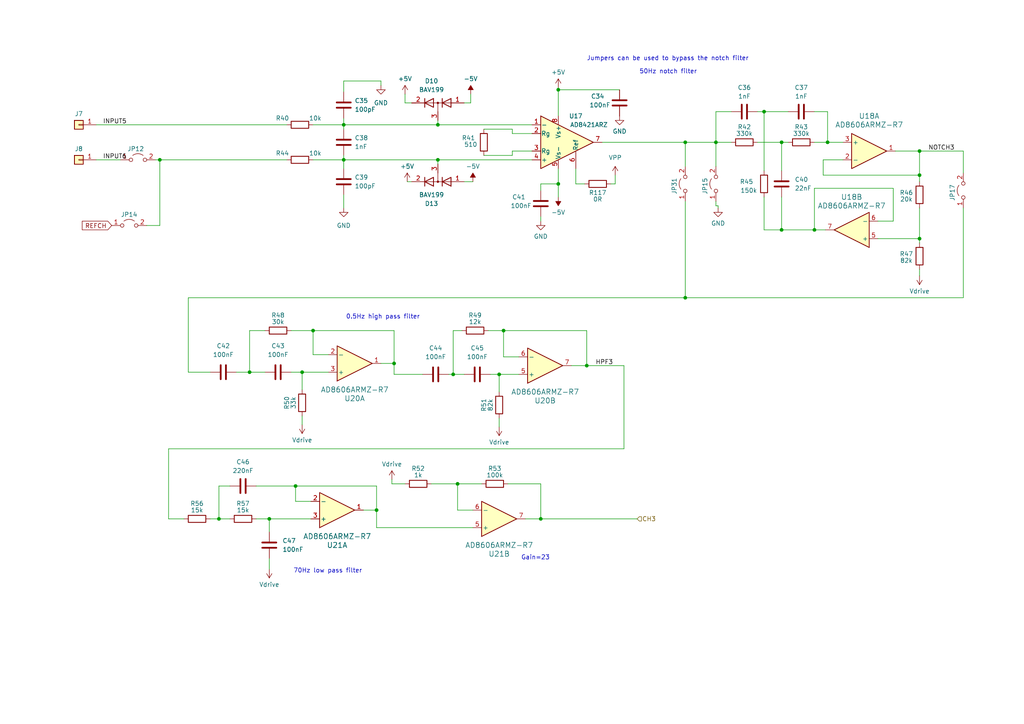
<source format=kicad_sch>
(kicad_sch (version 20231120) (generator "eeschema") (generator_version "8.0")
  (paper "A4")
  (lib_symbols
    (symbol "Amplifier_Instrumentation:AD8421ARZ" (pin_names (offset 0.127))
      (property "Reference" "U" (at 3.556 7.366 0))
      (property "Value" "AD8421ARZ" (at 7.366 5.334 0))
      (symbol "AD8421ARZ_0_1"
        (polyline (pts (xy -5.08 7.62) (xy -5.08 -7.62) (xy 10.16 0) (xy -5.08 7.62)) (stroke (width 0.254)) (fill (type background)))
      )
      (symbol "AD8421ARZ_1_1"
        (pin input line (at -7.62 5.08 0) (length 2.54) (name "-") (number "1"))
        (pin passive line (at -7.62 2.54 0) (length 2.54) (name "Rg") (number "2"))
        (pin passive line (at -7.62 -2.54 0) (length 2.54) (name "Rg") (number "3"))
        (pin input line (at -7.62 -5.08 0) (length 2.54) (name "+") (number "4"))
        (pin power_in line (at 0 -7.62 90) (length 2.54) (name "Vs-") (number "5"))
        (pin passive line (at 5.08 -7.62 90) (length 5.08) (name "Ref") (number "6"))
        (pin output line (at 12.7 0 180) (length 2.54) (name "~") (number "7"))
        (pin power_in line (at 0 7.62 270) (length 2.54) (name "Vs+") (number "8"))
      )
    )
    (symbol "Amplifier_Operational:AD8606ARMZ-R7" (pin_names (offset 0.254))
      (property "Reference" "U" (at 3.81 -5.08 0))
      (property "Value" "AD8606ARMZ-R7" (at 12.7 -7.62 0))
      (symbol "AD8606ARMZ-R7_0_1"
        (polyline (pts (xy -2.54 5.08) (xy 7.62 0) (xy -2.54 -5.08) (xy -2.54 5.08)) (stroke (width 0.254)) (fill (type background)))
      )
      (symbol "AD8606ARMZ-R7_0_2"
        (pin unspecified line (at 0 0 0) (length 7.62) (name "OUTA") (number "1"))
        (pin unspecified line (at 0 -2.54 0) (length 7.62) (name "-INA") (number "2"))
        (pin unspecified line (at 0 -5.08 0) (length 7.62) (name "+INA") (number "3"))
        (pin power_in line (at 0 -7.62 0) (length 7.62) (name "V-") (number "4"))
        (pin unspecified line (at 40.64 -7.62 180) (length 7.62) (name "+INB") (number "5"))
        (pin unspecified line (at 40.64 -5.08 180) (length 7.62) (name "-INB") (number "6"))
        (pin unspecified line (at 40.64 -2.54 180) (length 7.62) (name "OUTB") (number "7"))
        (pin power_in line (at 40.64 0 180) (length 7.62) (name "V+") (number "8"))
      )
      (symbol "AD8606ARMZ-R7_1_1"
        (pin output line (at 10.16 0 180) (length 2.54) (name "~") (number "1"))
        (pin input line (at -5.08 -2.54 0) (length 2.54) (name "-") (number "2"))
        (pin input line (at -5.08 2.54 0) (length 2.54) (name "+") (number "3"))
      )
      (symbol "AD8606ARMZ-R7_1_2"
        (pin output line (at 33.02 26.67 180) (length 2.54) (name "~") (number "1"))
        (pin input line (at 17.78 24.13 0) (length 2.54) (name "-") (number "2"))
        (pin input line (at 17.78 29.21 0) (length 2.54) (name "+") (number "3"))
        (pin power_in line (at 22.86 19.05 90) (length 3.81) (name "V-") (number "4"))
        (pin power_in line (at 22.86 34.29 270) (length 3.81) (name "V+") (number "8"))
      )
      (symbol "AD8606ARMZ-R7_2_1"
        (pin input line (at -5.08 2.54 0) (length 2.54) (name "+") (number "5"))
        (pin input line (at -5.08 -2.54 0) (length 2.54) (name "-") (number "6"))
        (pin output line (at 10.16 0 180) (length 2.54) (name "~") (number "7"))
      )
      (symbol "AD8606ARMZ-R7_2_2"
        (pin output line (at 33.02 26.67 180) (length 2.54) (name "~") (number "1"))
        (pin input line (at 17.78 24.13 0) (length 2.54) (name "-") (number "2"))
        (pin input line (at 17.78 29.21 0) (length 2.54) (name "+") (number "3"))
        (pin power_in line (at 22.86 19.05 90) (length 3.81) (name "V-") (number "4"))
        (pin power_in line (at 22.86 34.29 270) (length 3.81) (name "V+") (number "8"))
      )
      (symbol "AD8606ARMZ-R7_3_1"
        (pin power_in line (at 0 -7.62 90) (length 3.81) (name "V-") (number "4"))
        (pin power_in line (at 0 7.62 270) (length 3.81) (name "V+") (number "8"))
      )
      (symbol "AD8606ARMZ-R7_3_2"
        (pin output line (at 33.02 26.67 180) (length 2.54) (name "~") (number "1"))
        (pin input line (at 17.78 24.13 0) (length 2.54) (name "-") (number "2"))
        (pin input line (at 17.78 29.21 0) (length 2.54) (name "+") (number "3"))
        (pin power_in line (at 22.86 19.05 90) (length 3.81) (name "V-") (number "4"))
        (pin power_in line (at 22.86 34.29 270) (length 3.81) (name "V+") (number "8"))
      )
    )
    (symbol "Connector_Generic:Conn_01x01" (pin_names (offset 1.016) hide)
      (property "Reference" "J" (at 0 2.54 0))
      (property "Value" "Conn_01x01" (at 0 -2.54 0))
      (symbol "Conn_01x01_1_1"
        (rectangle (start -1.27 0.127) (end 0 -0.127) (stroke (width 0.1524)))
        (rectangle (start -1.27 1.27) (end 1.27 -1.27) (stroke (width 0.254)) (fill (type background)))
        (pin passive line (at -5.08 0 0) (length 3.81) (name "Pin_1") (number "1"))
      )
    )
    (symbol "Device:C" (pin_numbers hide) (pin_names (offset 0.254))
      (property "Reference" "C" (at 0.635 2.54 0))
      (property "Value" "C" (at 0.635 -2.54 0))
      (symbol "C_0_1"
        (polyline (pts (xy -2.032 -0.762) (xy 2.032 -0.762)) (stroke (width 0.508)))
        (polyline (pts (xy -2.032 0.762) (xy 2.032 0.762)) (stroke (width 0.508)))
      )
      (symbol "C_1_1"
        (pin passive line (at 0 3.81 270) (length 2.794) (name "~") (number "1"))
        (pin passive line (at 0 -3.81 90) (length 2.794) (name "~") (number "2"))
      )
    )
    (symbol "Device:D_Dual_Series_AKC" (pin_names (offset 0.762) hide)
      (property "Reference" "D" (at 1.27 -2.54 0))
      (property "Value" "D_Dual_Series_AKC" (at 0 2.54 0))
      (symbol "D_Dual_Series_AKC_0_1"
        (polyline (pts (xy -3.81 0) (xy 3.81 0)))
        (polyline (pts (xy 0 0) (xy 0 -2.54)))
        (polyline (pts (xy 6.35 0) (xy 7.62 0)))
        (polyline (pts (xy -1.27 -1.27) (xy -1.27 1.27) (xy -1.27 1.27)) (stroke (width 0.254)))
        (polyline (pts (xy 3.81 1.27) (xy 3.81 -1.27) (xy 3.81 -1.27)) (stroke (width 0.254)))
        (polyline (pts (xy -3.81 1.27) (xy -1.27 0) (xy -3.81 -1.27) (xy -3.81 1.27) (xy -3.81 1.27) (xy -3.81 1.27)) (stroke (width 0.254)))
        (polyline (pts (xy 1.27 1.27) (xy 3.81 0) (xy 1.27 -1.27) (xy 1.27 1.27) (xy 1.27 1.27) (xy 1.27 1.27)) (stroke (width 0.254)))
        (circle (center 0 0) (radius 0.254) (fill (type outline)))
        (pin passive line (at -7.62 0 0) (length 3.81) (name "A") (number "1"))
        (pin passive line (at 7.62 0 180) (length 3.81) (name "K") (number "2"))
        (pin passive line (at 0 -5.08 90) (length 2.54) (name "common") (number "3"))
      )
    )
    (symbol "Device:R" (pin_numbers hide) (pin_names (offset 0))
      (property "Reference" "R" (at 2.032 0 90))
      (property "Value" "R" (at 0 0 90))
      (symbol "R_0_1"
        (rectangle (start -1.016 -2.54) (end 1.016 2.54) (stroke (width 0.254)))
      )
      (symbol "R_1_1"
        (pin passive line (at 0 3.81 270) (length 1.27) (name "~") (number "1"))
        (pin passive line (at 0 -3.81 90) (length 1.27) (name "~") (number "2"))
      )
    )
    (symbol "Jumper:Jumper_2_Open" (pin_names (offset 0) hide)
      (property "Reference" "JP" (at 0 2.794 0))
      (property "Value" "Jumper_2_Open" (at 0 -2.286 0))
      (symbol "Jumper_2_Open_0_0"
        (circle (center -2.032 0) (radius 0.508))
        (circle (center 2.032 0) (radius 0.508))
      )
      (symbol "Jumper_2_Open_0_1"
        (arc (start 1.524 1.27) (mid 0 1.778) (end -1.524 1.27))
      )
      (symbol "Jumper_2_Open_1_1"
        (pin passive line (at -5.08 0 0) (length 2.54) (name "A") (number "1"))
        (pin passive line (at 5.08 0 180) (length 2.54) (name "B") (number "2"))
      )
    )
    (symbol "power:+5V" (power) (pin_names (offset 0))
      (property "Value" "+5V" (at 0 3.556 0))
      (symbol "+5V_0_1"
        (polyline (pts (xy -0.762 1.27) (xy 0 2.54)))
        (polyline (pts (xy 0 0) (xy 0 2.54)))
        (polyline (pts (xy 0 2.54) (xy 0.762 1.27)))
      )
      (symbol "+5V_1_1"
        (pin power_in line (at 0 0 90) (length 0) hide (name "+5V") (number "1"))
      )
    )
    (symbol "power:-5V" (power) (pin_names (offset 0))
      (property "Value" "-5V" (at 0 3.81 0))
      (symbol "-5V_0_0"
        (pin power_in line (at 0 0 90) (length 0) hide (name "-5V") (number "1"))
      )
      (symbol "-5V_0_1"
        (polyline (pts (xy 0 0) (xy 0 1.27) (xy 0.762 1.27) (xy 0 2.54) (xy -0.762 1.27) (xy 0 1.27)) (fill (type outline)))
      )
    )
    (symbol "power:GND" (power) (pin_names (offset 0))
      (property "Value" "GND" (at 0 -3.81 0))
      (symbol "GND_0_1"
        (polyline (pts (xy 0 0) (xy 0 -1.27) (xy 1.27 -1.27) (xy 0 -2.54) (xy -1.27 -1.27) (xy 0 -1.27)))
      )
      (symbol "GND_1_1"
        (pin power_in line (at 0 0 270) (length 0) hide (name "GND") (number "1"))
      )
    )
    (symbol "power:VPP" (power) (pin_names (offset 0))
      (property "Value" "VPP" (at 0 3.81 0))
      (symbol "VPP_0_1"
        (polyline (pts (xy -0.762 1.27) (xy 0 2.54)))
        (polyline (pts (xy 0 0) (xy 0 2.54)))
        (polyline (pts (xy 0 2.54) (xy 0.762 1.27)))
      )
      (symbol "VPP_1_1"
        (pin power_in line (at 0 0 90) (length 0) hide (name "VPP") (number "1"))
      )
    )
    (symbol "power:Vdrive" (power) (pin_names (offset 0))
      (property "Value" "Vdrive" (at 0 3.81 0))
      (symbol "Vdrive_0_1"
        (polyline (pts (xy -0.762 1.27) (xy 0 2.54)))
        (polyline (pts (xy 0 0) (xy 0 2.54)))
        (polyline (pts (xy 0 2.54) (xy 0.762 1.27)))
      )
      (symbol "Vdrive_1_1"
        (pin power_in line (at 0 0 90) (length 0) hide (name "Vdrive") (number "1"))
      )
    )
  )
  (junction (at 99.695 46.355))
  (junction (at 266.7 50.8))
  (junction (at 161.925 53.34))
  (junction (at 109.22 147.955))
  (junction (at 78.105 150.495))
  (junction (at 198.755 41.275))
  (junction (at 131.445 108.585))
  (junction (at 170.18 106.045))
  (junction (at 198.755 86.36))
  (junction (at 132.715 140.335))
  (junction (at 226.695 41.275))
  (junction (at 144.78 108.585))
  (junction (at 266.7 69.215))
  (junction (at 72.39 107.95))
  (junction (at 266.7 43.815))
  (junction (at 90.805 95.885))
  (junction (at 114.3 105.41))
  (junction (at 46.355 46.355))
  (junction (at 87.63 107.95))
  (junction (at 226.695 66.675))
  (junction (at 207.645 41.275))
  (junction (at 99.695 36.195))
  (junction (at 127 46.355))
  (junction (at 85.725 140.97))
  (junction (at 156.845 150.495))
  (junction (at 221.615 32.385))
  (junction (at 236.22 66.675))
  (junction (at 161.925 26.035))
  (junction (at 63.5 150.495))
  (junction (at 146.05 95.885))
  (junction (at 240.03 41.275))
  (junction (at 127 36.195))
  (wire (pts (xy 148.59 38.735) (xy 154.305 38.735)))
  (wire (pts (xy 177.165 53.34) (xy 178.435 53.34)))
  (wire (pts (xy 109.22 153.035) (xy 109.22 147.955)))
  (wire (pts (xy 244.475 46.355) (xy 238.76 46.355)))
  (wire (pts (xy 174.625 41.275) (xy 198.755 41.275)))
  (wire (pts (xy 198.755 41.275) (xy 207.645 41.275)))
  (wire (pts (xy 259.08 54.61) (xy 236.22 54.61)))
  (wire (pts (xy 137.16 52.705) (xy 134.62 52.705)))
  (wire (pts (xy 254.635 69.215) (xy 266.7 69.215)))
  (wire (pts (xy 74.295 140.97) (xy 85.725 140.97)))
  (wire (pts (xy 226.695 41.275) (xy 226.695 49.53)))
  (wire (pts (xy 207.645 41.275) (xy 212.09 41.275)))
  (wire (pts (xy 99.695 26.67) (xy 99.695 23.495)))
  (wire (pts (xy 114.3 108.585) (xy 114.3 105.41)))
  (wire (pts (xy 90.805 95.885) (xy 114.3 95.885)))
  (wire (pts (xy 117.475 140.335) (xy 113.665 140.335)))
  (wire (pts (xy 90.805 95.885) (xy 90.805 102.87)))
  (wire (pts (xy 125.095 140.335) (xy 132.715 140.335)))
  (wire (pts (xy 85.725 145.415) (xy 85.725 140.97)))
  (wire (pts (xy 90.805 46.355) (xy 99.695 46.355)))
  (wire (pts (xy 221.615 32.385) (xy 221.615 49.53)))
  (wire (pts (xy 48.895 150.495) (xy 53.34 150.495)))
  (wire (pts (xy 99.695 34.29) (xy 99.695 36.195)))
  (wire (pts (xy 132.715 147.955) (xy 137.16 147.955)))
  (wire (pts (xy 114.3 105.41) (xy 110.49 105.41)))
  (wire (pts (xy 66.675 140.97) (xy 63.5 140.97)))
  (wire (pts (xy 54.61 86.36) (xy 54.61 107.95)))
  (wire (pts (xy 156.845 150.495) (xy 184.785 150.495)))
  (wire (pts (xy 180.975 130.175) (xy 48.895 130.175)))
  (wire (pts (xy 74.295 150.495) (xy 78.105 150.495)))
  (wire (pts (xy 219.71 32.385) (xy 221.615 32.385)))
  (wire (pts (xy 27.94 36.195) (xy 83.185 36.195)))
  (wire (pts (xy 63.5 140.97) (xy 63.5 150.495)))
  (wire (pts (xy 109.22 153.035) (xy 137.16 153.035)))
  (wire (pts (xy 161.925 48.895) (xy 161.925 53.34)))
  (wire (pts (xy 266.7 52.705) (xy 266.7 50.8)))
  (wire (pts (xy 99.695 36.195) (xy 99.695 37.465)))
  (wire (pts (xy 221.615 66.675) (xy 226.695 66.675)))
  (wire (pts (xy 90.805 36.195) (xy 99.695 36.195)))
  (wire (pts (xy 90.805 102.87) (xy 95.25 102.87)))
  (wire (pts (xy 240.03 41.275) (xy 244.475 41.275)))
  (wire (pts (xy 207.645 32.385) (xy 207.645 41.275)))
  (wire (pts (xy 226.695 66.675) (xy 236.22 66.675)))
  (wire (pts (xy 46.355 65.405) (xy 46.355 46.355)))
  (wire (pts (xy 48.895 130.175) (xy 48.895 150.495)))
  (wire (pts (xy 144.78 123.825) (xy 144.78 121.285)))
  (wire (pts (xy 208.28 59.69) (xy 207.645 59.69)))
  (wire (pts (xy 87.63 123.19) (xy 87.63 120.65)))
  (wire (pts (xy 207.645 41.275) (xy 207.645 48.26)))
  (wire (pts (xy 198.755 41.275) (xy 198.755 48.26)))
  (wire (pts (xy 54.61 107.95) (xy 60.96 107.95)))
  (wire (pts (xy 226.695 57.15) (xy 226.695 66.675)))
  (wire (pts (xy 114.3 95.885) (xy 114.3 105.41)))
  (wire (pts (xy 45.085 46.355) (xy 46.355 46.355)))
  (wire (pts (xy 146.05 103.505) (xy 150.495 103.505)))
  (wire (pts (xy 279.4 60.325) (xy 279.4 86.36)))
  (wire (pts (xy 127 34.925) (xy 127 36.195)))
  (wire (pts (xy 127 36.195) (xy 154.305 36.195)))
  (wire (pts (xy 87.63 107.95) (xy 87.63 113.03)))
  (wire (pts (xy 127 46.355) (xy 127 47.625)))
  (wire (pts (xy 238.76 50.8) (xy 266.7 50.8)))
  (wire (pts (xy 72.39 107.95) (xy 76.835 107.95)))
  (wire (pts (xy 169.545 53.34) (xy 167.005 53.34)))
  (wire (pts (xy 130.175 108.585) (xy 131.445 108.585)))
  (wire (pts (xy 136.525 27.305) (xy 136.525 29.845)))
  (wire (pts (xy 266.7 60.325) (xy 266.7 69.215)))
  (wire (pts (xy 133.985 95.885) (xy 131.445 95.885)))
  (wire (pts (xy 238.76 46.355) (xy 238.76 50.8)))
  (wire (pts (xy 236.22 41.275) (xy 240.03 41.275)))
  (wire (pts (xy 110.49 23.495) (xy 110.49 24.765)))
  (wire (pts (xy 117.475 27.305) (xy 117.475 29.845)))
  (wire (pts (xy 236.22 32.385) (xy 240.03 32.385)))
  (wire (pts (xy 109.22 140.97) (xy 109.22 147.955)))
  (wire (pts (xy 161.925 25.4) (xy 161.925 26.035)))
  (wire (pts (xy 78.105 150.495) (xy 90.17 150.495)))
  (wire (pts (xy 266.7 43.815) (xy 279.4 43.815)))
  (wire (pts (xy 198.755 58.42) (xy 198.755 86.36)))
  (wire (pts (xy 54.61 86.36) (xy 198.755 86.36)))
  (wire (pts (xy 114.3 108.585) (xy 122.555 108.585)))
  (wire (pts (xy 167.005 48.895) (xy 167.005 53.34)))
  (wire (pts (xy 180.975 106.045) (xy 180.975 130.175)))
  (wire (pts (xy 141.605 95.885) (xy 146.05 95.885)))
  (wire (pts (xy 60.96 150.495) (xy 63.5 150.495)))
  (wire (pts (xy 63.5 150.495) (xy 66.675 150.495)))
  (wire (pts (xy 170.18 106.045) (xy 170.18 95.885)))
  (wire (pts (xy 113.665 140.335) (xy 113.665 139.065)))
  (wire (pts (xy 117.475 29.845) (xy 119.38 29.845)))
  (wire (pts (xy 219.71 41.275) (xy 226.695 41.275)))
  (wire (pts (xy 207.645 59.69) (xy 207.645 58.42)))
  (wire (pts (xy 161.925 53.34) (xy 161.925 57.15)))
  (wire (pts (xy 221.615 57.15) (xy 221.615 66.675)))
  (wire (pts (xy 236.22 54.61) (xy 236.22 66.675)))
  (wire (pts (xy 131.445 108.585) (xy 134.62 108.585)))
  (wire (pts (xy 84.455 107.95) (xy 87.63 107.95)))
  (wire (pts (xy 266.7 69.215) (xy 266.7 70.485)))
  (wire (pts (xy 161.925 26.035) (xy 179.705 26.035)))
  (wire (pts (xy 221.615 32.385) (xy 228.6 32.385)))
  (wire (pts (xy 156.845 55.245) (xy 156.845 53.34)))
  (wire (pts (xy 198.755 86.36) (xy 279.4 86.36)))
  (wire (pts (xy 84.455 95.885) (xy 90.805 95.885)))
  (wire (pts (xy 148.59 37.465) (xy 148.59 38.735)))
  (wire (pts (xy 144.78 108.585) (xy 144.78 113.665)))
  (wire (pts (xy 140.335 45.085) (xy 148.59 45.085)))
  (wire (pts (xy 76.835 95.885) (xy 72.39 95.885)))
  (wire (pts (xy 99.695 46.355) (xy 127 46.355)))
  (wire (pts (xy 178.435 50.8) (xy 178.435 53.34)))
  (wire (pts (xy 118.11 52.705) (xy 119.38 52.705)))
  (wire (pts (xy 139.7 140.335) (xy 132.715 140.335)))
  (wire (pts (xy 68.58 107.95) (xy 72.39 107.95)))
  (wire (pts (xy 87.63 107.95) (xy 95.25 107.95)))
  (wire (pts (xy 259.715 43.815) (xy 266.7 43.815)))
  (wire (pts (xy 254.635 64.135) (xy 259.08 64.135)))
  (wire (pts (xy 212.09 32.385) (xy 207.645 32.385)))
  (wire (pts (xy 42.545 65.405) (xy 46.355 65.405)))
  (wire (pts (xy 170.18 95.885) (xy 146.05 95.885)))
  (wire (pts (xy 156.845 140.335) (xy 147.32 140.335)))
  (wire (pts (xy 99.695 36.195) (xy 127 36.195)))
  (wire (pts (xy 266.7 50.8) (xy 266.7 43.815)))
  (wire (pts (xy 146.05 95.885) (xy 146.05 103.505)))
  (wire (pts (xy 78.105 150.495) (xy 78.105 154.305)))
  (wire (pts (xy 156.845 53.34) (xy 161.925 53.34)))
  (wire (pts (xy 279.4 43.815) (xy 279.4 50.165)))
  (wire (pts (xy 85.725 140.97) (xy 109.22 140.97)))
  (wire (pts (xy 156.845 140.335) (xy 156.845 150.495)))
  (wire (pts (xy 136.525 29.845) (xy 134.62 29.845)))
  (wire (pts (xy 27.94 46.355) (xy 34.925 46.355)))
  (wire (pts (xy 109.22 147.955) (xy 105.41 147.955)))
  (wire (pts (xy 144.78 108.585) (xy 150.495 108.585)))
  (wire (pts (xy 78.105 165.1) (xy 78.105 161.925)))
  (wire (pts (xy 165.735 106.045) (xy 170.18 106.045)))
  (wire (pts (xy 99.695 56.515) (xy 99.695 60.325)))
  (wire (pts (xy 90.17 145.415) (xy 85.725 145.415)))
  (wire (pts (xy 46.355 46.355) (xy 83.185 46.355)))
  (wire (pts (xy 132.715 140.335) (xy 132.715 147.955)))
  (wire (pts (xy 208.28 60.325) (xy 208.28 59.69)))
  (wire (pts (xy 161.925 26.035) (xy 161.925 33.655)))
  (wire (pts (xy 156.845 64.135) (xy 156.845 62.865)))
  (wire (pts (xy 140.335 37.465) (xy 148.59 37.465)))
  (wire (pts (xy 148.59 45.085) (xy 148.59 43.815)))
  (wire (pts (xy 236.22 66.675) (xy 239.395 66.675)))
  (wire (pts (xy 99.695 23.495) (xy 110.49 23.495)))
  (wire (pts (xy 72.39 95.885) (xy 72.39 107.95)))
  (wire (pts (xy 148.59 43.815) (xy 154.305 43.815)))
  (wire (pts (xy 170.18 106.045) (xy 180.975 106.045)))
  (wire (pts (xy 99.695 45.085) (xy 99.695 46.355)))
  (wire (pts (xy 131.445 95.885) (xy 131.445 108.585)))
  (wire (pts (xy 142.24 108.585) (xy 144.78 108.585)))
  (wire (pts (xy 266.7 78.105) (xy 266.7 80.01)))
  (wire (pts (xy 240.03 32.385) (xy 240.03 41.275)))
  (wire (pts (xy 226.695 41.275) (xy 228.6 41.275)))
  (wire (pts (xy 259.08 64.135) (xy 259.08 54.61)))
  (wire (pts (xy 127 46.355) (xy 154.305 46.355)))
  (wire (pts (xy 99.695 46.355) (xy 99.695 48.895)))
  (wire (pts (xy 152.4 150.495) (xy 156.845 150.495)))
  (text "Gain=23\n" (at 151.13 162.56 0) (effects (font (size 1.27 1.27)) (justify left bottom)))
  (text "50Hz notch filter\n" (at 185.42 21.59 0) (effects (font (size 1.27 1.27)) (justify left bottom)))
  (text "70Hz low pass filter" (at 85.09 166.37 0) (effects (font (size 1.27 1.27)) (justify left bottom)))
  (text "0.5Hz high pass filter\n" (at 100.33 92.71 0) (effects (font (size 1.27 1.27)) (justify left bottom)))
  (text "Jumpers can be used to bypass the notch filter\n" (at 170.18 17.78 0) (effects (font (size 1.27 1.27)) (justify left bottom)))
  (label "INPUT6" (at 29.845 46.355 0))
  (label "NOTCH3" (at 269.24 43.815 0))
  (label "INPUT5" (at 29.845 36.195 0))
  (label "HPF3" (at 172.72 106.045 0))
  (global_label "REFCH" (shape input) (at 32.385 65.405 180) (property "Intersheetrefs" "${INTERSHEET_REFS}" (effects (hide yes))))
  (hierarchical_label "CH3" (shape input) (at 184.785 150.495 0))
  (symbol (lib_id "Connector_Generic:Conn_01x01") (at 22.86 46.355 180) (unit 1)
    (property "Reference" "J8" (at 22.86 43.18 0))
    (property "Value" "Conn_01x01" (effects (hide yes)))
    (property "Footprint" "Connector_PinHeader_2.54mm:PinHeader_1x01_P2.54mm_Vertical" (effects (hide yes)))
    (property "JLCPCB Price" "-" (effects (hide yes)))
    (property "JLCPCB Type" "-" (effects (hide yes)))
    (property "LCSC Part #" "-" (effects (hide yes)))
  )
  (symbol (lib_id "Device:C") (at 126.365 108.585 270) (unit 1)
    (property "Reference" "C44" (at 126.365 100.965 90))
    (property "Value" "100nF" (at 126.365 103.505 90))
    (property "Footprint" "Capacitor_SMD:C_1206_3216Metric" (effects (hide yes)))
    (property "JLCPCB Price" "0.104" (effects (hide yes)))
    (property "JLCPCB Type" "-" (effects (hide yes)))
    (property "LCSC Part #" "C97946" (effects (hide yes)))
  )
  (symbol (lib_id "Amplifier_Instrumentation:AD8421ARZ") (at 161.925 41.275 0) (unit 1)
    (property "Reference" "U17" (at 167.005 33.655 0))
    (property "Value" "AD8421ARZ" (at 170.815 36.195 0))
    (property "Footprint" "Package_SO:SOIC-8_3.9x4.9mm_P1.27mm" (effects (hide yes)))
    (property "Datasheet" "https://www.analog.com/media/en/technical-documentation/data-sheets/AD8421.pdf" (effects (hide yes)))
    (property "JLCPCB Price" "4.8" (effects (hide yes)))
    (property "JLCPCB Type" "Extended" (effects (hide yes)))
    (property "LCSC Part #" "C392903" (effects (hide yes)))
  )
  (symbol (lib_id "Device:R") (at 221.615 53.34 0) (unit 1)
    (property "Reference" "R45" (at 216.535 52.705 0))
    (property "Value" "150k" (at 217.17 55.245 0))
    (property "Footprint" "Resistor_SMD:R_0603_1608Metric_Pad0.98x0.95mm_HandSolder" (effects (hide yes)))
    (property "JLCPCB Price" "0.0009" (effects (hide yes)))
    (property "JLCPCB Type" "Basic" (effects (hide yes)))
    (property "LCSC Part #" "C22807" (effects (hide yes)))
  )
  (symbol (lib_id "power:+5V") (at 118.11 52.705 0) (unit 1)
    (property "Reference" "#PWR065" (effects (hide yes)))
    (property "Value" "+5V" (at 118.11 48.26 0))
  )
  (symbol (lib_id "Amplifier_Operational:AD8606ARMZ-R7") (at 249.555 43.815 0) (unit 1)
    (property "Reference" "U18" (at 252.095 33.655 0) (effects (font (size 1.524 1.524))))
    (property "Value" "AD8606ARMZ-R7" (at 252.095 36.195 0) (effects (font (size 1.524 1.524))))
    (property "Footprint" "Package_SO:AD8606ARMZ" (effects (hide yes)))
    (property "Datasheet" "AD8606ARMZ-R7" (effects (hide yes)))
    (property "JLCPCB Price" "2.172" (effects (hide yes)))
    (property "JLCPCB Type" "Extended" (effects (hide yes)))
    (property "LCSC Part #" "C408833" (effects (hide yes)))
  )
  (symbol (lib_id "power:GND") (at 179.705 33.655 0) (unit 1)
    (property "Reference" "#PWR062" (effects (hide yes)))
    (property "Value" "GND" (at 179.705 38.1 0))
  )
  (symbol (lib_id "power:-5V") (at 137.16 52.705 0) (unit 1)
    (property "Reference" "#PWR066" (effects (hide yes)))
    (property "Value" "-5V" (at 137.16 48.26 0))
  )
  (symbol (lib_id "Device:C") (at 179.705 29.845 180) (unit 1)
    (property "Reference" "C34" (at 173.355 27.94 0))
    (property "Value" "100nF" (at 173.99 30.48 0))
    (property "Footprint" "Capacitor_SMD:C_0603_1608Metric_Pad1.08x0.95mm_HandSolder" (effects (hide yes)))
    (property "JLCPCB Price" "0.0022" (effects (hide yes)))
    (property "JLCPCB Type" "Basic" (effects (hide yes)))
    (property "LCSC Part #" "C14663" (effects (hide yes)))
  )
  (symbol (lib_id "Device:R") (at 215.9 41.275 270) (unit 1)
    (property "Reference" "R42" (at 215.9 36.83 90))
    (property "Value" "330k" (at 215.9 38.735 90))
    (property "Footprint" "Resistor_SMD:R_0603_1608Metric_Pad0.98x0.95mm_HandSolder" (effects (hide yes)))
    (property "JLCPCB Price" "0.0009" (effects (hide yes)))
    (property "JLCPCB Type" "Basic" (effects (hide yes)))
    (property "LCSC Part #" "C23137" (effects (hide yes)))
  )
  (symbol (lib_id "Device:C") (at 99.695 30.48 0) (unit 1)
    (property "Reference" "C35" (at 102.87 29.21 0) (effects (justify left)))
    (property "Value" "100pF" (at 102.87 31.75 0) (effects (justify left)))
    (property "Footprint" "Capacitor_SMD:C_0603_1608Metric_Pad1.08x0.95mm_HandSolder" (effects (hide yes)))
    (property "JLCPCB Price" "0.0026" (effects (hide yes)))
    (property "JLCPCB Type" "Basic" (effects (hide yes)))
    (property "LCSC Part #" "C14858" (effects (hide yes)))
  )
  (symbol (lib_id "Device:R") (at 86.995 36.195 90) (unit 1)
    (property "Reference" "R40" (at 81.915 34.29 90))
    (property "Value" "10k" (at 91.44 34.29 90))
    (property "Footprint" "Resistor_SMD:R_0603_1608Metric_Pad0.98x0.95mm_HandSolder" (effects (hide yes)))
    (property "JLCPCB Price" "0.0009" (effects (hide yes)))
    (property "JLCPCB Type" "Basic" (effects (hide yes)))
    (property "LCSC Part #" "C25804" (effects (hide yes)))
  )
  (symbol (lib_id "power:+5V") (at 117.475 27.305 0) (unit 1)
    (property "Reference" "#PWR059" (effects (hide yes)))
    (property "Value" "+5V" (at 117.475 22.86 0))
  )
  (symbol (lib_id "Device:R") (at 266.7 56.515 0) (unit 1)
    (property "Reference" "R46" (at 262.89 55.88 0))
    (property "Value" "20k" (at 262.89 57.785 0))
    (property "Footprint" "Resistor_SMD:R_0603_1608Metric_Pad0.98x0.95mm_HandSolder" (effects (hide yes)))
    (property "JLCPCB Price" "0.0009" (effects (hide yes)))
    (property "JLCPCB Type" "Basic" (effects (hide yes)))
    (property "LCSC Part #" "C4184" (effects (hide yes)))
  )
  (symbol (lib_id "Device:C") (at 226.695 53.34 180) (unit 1)
    (property "Reference" "C40" (at 230.505 52.07 0) (effects (justify right)))
    (property "Value" "22nF" (at 230.505 54.61 0) (effects (justify right)))
    (property "Footprint" "Capacitor_SMD:C_0805_2012Metric_Pad1.18x1.45mm_HandSolder" (effects (hide yes)))
    (property "JLCPCB Price" "0.0454" (effects (hide yes)))
    (property "JLCPCB Type" "-" (effects (hide yes)))
    (property "LCSC Part #" "C77069" (effects (hide yes)))
  )
  (symbol (lib_id "Device:C") (at 80.645 107.95 270) (unit 1)
    (property "Reference" "C43" (at 80.645 100.33 90))
    (property "Value" "100nF" (at 80.645 102.87 90))
    (property "Footprint" "Capacitor_SMD:C_1206_3216Metric" (effects (hide yes)))
    (property "JLCPCB Price" "0.104" (effects (hide yes)))
    (property "JLCPCB Type" "-" (effects (hide yes)))
    (property "LCSC Part #" "C97946" (effects (hide yes)))
  )
  (symbol (lib_id "Jumper:Jumper_2_Open") (at 198.755 53.34 90) (unit 1)
    (property "Reference" "JP31" (at 195.58 53.975 0))
    (property "Value" "Jumper_2_Open" (effects (hide yes)))
    (property "Footprint" "Connector_PinHeader_2.54mm:PinHeader_1x02_P2.54mm_Vertical" (effects (hide yes)))
    (property "JLCPCB Price" "-" (effects (hide yes)))
    (property "JLCPCB Type" "-" (effects (hide yes)))
    (property "LCSC Part #" "-" (effects (hide yes)))
  )
  (symbol (lib_id "Device:R") (at 137.795 95.885 270) (unit 1)
    (property "Reference" "R49" (at 137.795 91.44 90))
    (property "Value" "12k" (at 137.795 93.345 90))
    (property "Footprint" "Resistor_SMD:R_0603_1608Metric_Pad0.98x0.95mm_HandSolder" (effects (hide yes)))
    (property "JLCPCB Price" "0.0009" (effects (hide yes)))
    (property "JLCPCB Type" "Basic" (effects (hide yes)))
    (property "LCSC Part #" "C22790" (effects (hide yes)))
  )
  (symbol (lib_id "Connector_Generic:Conn_01x01") (at 22.86 36.195 180) (unit 1)
    (property "Reference" "J7" (at 22.86 33.02 0))
    (property "Value" "Conn_01x01" (effects (hide yes)))
    (property "Footprint" "Connector_PinHeader_2.54mm:PinHeader_1x01_P2.54mm_Vertical" (effects (hide yes)))
    (property "JLCPCB Price" "-" (effects (hide yes)))
    (property "JLCPCB Type" "-" (effects (hide yes)))
    (property "LCSC Part #" "-" (effects (hide yes)))
  )
  (symbol (lib_id "Amplifier_Operational:AD8606ARMZ-R7") (at 155.575 106.045 0) (mirror x) (unit 2)
    (property "Reference" "U20" (at 158.115 116.205 0) (effects (font (size 1.524 1.524))))
    (property "Value" "AD8606ARMZ-R7" (at 158.115 113.665 0) (effects (font (size 1.524 1.524))))
    (property "Footprint" "Package_SO:AD8606ARMZ" (effects (hide yes)))
    (property "Datasheet" "AD8606ARMZ-R7" (effects (hide yes)))
    (property "JLCPCB Price" "2.172" (effects (hide yes)))
    (property "JLCPCB Type" "Extended" (effects (hide yes)))
    (property "LCSC Part #" "C408833" (effects (hide yes)))
  )
  (symbol (lib_id "power:GND") (at 99.695 60.325 0) (unit 1)
    (property "Reference" "#PWR070" (effects (hide yes)))
    (property "Value" "GND" (at 99.695 65.405 0))
  )
  (symbol (lib_id "power:Vdrive") (at 113.665 139.065 0) (unit 1)
    (property "Reference" "#PWR076" (effects (hide yes)))
    (property "Value" "Vdrive" (at 113.665 134.62 0))
  )
  (symbol (lib_id "power:+5V") (at 161.925 25.4 0) (unit 1)
    (property "Reference" "#PWR058" (effects (hide yes)))
    (property "Value" "+5V" (at 161.925 20.955 0))
  )
  (symbol (lib_id "Device:C") (at 99.695 52.705 0) (unit 1)
    (property "Reference" "C39" (at 102.87 51.435 0) (effects (justify left)))
    (property "Value" "100pF" (at 102.87 53.975 0) (effects (justify left)))
    (property "Footprint" "Capacitor_SMD:C_0603_1608Metric_Pad1.08x0.95mm_HandSolder" (effects (hide yes)))
    (property "JLCPCB Price" "0.0026" (effects (hide yes)))
    (property "JLCPCB Type" "Basic" (effects (hide yes)))
    (property "LCSC Part #" "C14858" (effects (hide yes)))
  )
  (symbol (lib_id "Device:R") (at 140.335 41.275 180) (unit 1)
    (property "Reference" "R41" (at 135.89 40.005 0))
    (property "Value" "510" (at 136.525 41.91 0))
    (property "Footprint" "Resistor_SMD:R_0603_1608Metric_Pad0.98x0.95mm_HandSolder" (effects (hide yes)))
    (property "JLCPCB Price" "0.0009" (effects (hide yes)))
    (property "JLCPCB Type" "Basic" (effects (hide yes)))
    (property "LCSC Part #" "C23193" (effects (hide yes)))
  )
  (symbol (lib_id "Device:C") (at 99.695 41.275 0) (unit 1)
    (property "Reference" "C38" (at 102.87 40.005 0) (effects (justify left)))
    (property "Value" "1nF" (at 102.87 42.545 0) (effects (justify left)))
    (property "Footprint" "Capacitor_SMD:C_0603_1608Metric_Pad1.08x0.95mm_HandSolder" (effects (hide yes)))
    (property "JLCPCB Price" "0.004" (effects (hide yes)))
    (property "JLCPCB Type" "-" (effects (hide yes)))
    (property "LCSC Part #" "C106246" (effects (hide yes)))
  )
  (symbol (lib_id "power:Vdrive") (at 144.78 123.825 180) (unit 1)
    (property "Reference" "#PWR075" (effects (hide yes)))
    (property "Value" "Vdrive" (at 144.78 128.27 0))
  )
  (symbol (lib_id "Device:R") (at 87.63 116.84 0) (unit 1)
    (property "Reference" "R50" (at 83.185 116.84 90))
    (property "Value" "33k" (at 85.09 116.84 90))
    (property "Footprint" "Resistor_SMD:R_0603_1608Metric_Pad0.98x0.95mm_HandSolder" (effects (hide yes)))
    (property "JLCPCB Price" "0.0009" (effects (hide yes)))
    (property "JLCPCB Type" "Basic" (effects (hide yes)))
    (property "LCSC Part #" "C4216" (effects (hide yes)))
  )
  (symbol (lib_id "Device:C") (at 78.105 158.115 180) (unit 1)
    (property "Reference" "C47" (at 81.915 156.845 0) (effects (justify right)))
    (property "Value" "100nF" (at 81.915 159.385 0) (effects (justify right)))
    (property "Footprint" "Capacitor_SMD:C_1206_3216Metric" (effects (hide yes)))
    (property "JLCPCB Price" "0.104" (effects (hide yes)))
    (property "JLCPCB Type" "-" (effects (hide yes)))
    (property "LCSC Part #" "C97946" (effects (hide yes)))
  )
  (symbol (lib_id "power:Vdrive") (at 78.105 165.1 180) (unit 1)
    (property "Reference" "#PWR078" (effects (hide yes)))
    (property "Value" "Vdrive" (at 78.105 169.545 0))
  )
  (symbol (lib_id "Device:R") (at 173.355 53.34 270) (unit 1)
    (property "Reference" "R117" (at 173.355 55.88 90))
    (property "Value" "0R" (at 173.355 57.785 90))
    (property "Footprint" "Resistor_SMD:R_0603_1608Metric_Pad0.98x0.95mm_HandSolder" (effects (hide yes)))
    (property "JLCPCB Price" "0.001" (effects (hide yes)))
    (property "JLCPCB Type" "Basic" (effects (hide yes)))
    (property "LCSC Part #" "C21189" (effects (hide yes)))
  )
  (symbol (lib_id "Amplifier_Operational:AD8606ARMZ-R7") (at 142.24 150.495 0) (mirror x) (unit 2)
    (property "Reference" "U21" (at 144.78 160.655 0) (effects (font (size 1.524 1.524))))
    (property "Value" "AD8606ARMZ-R7" (at 144.78 158.115 0) (effects (font (size 1.524 1.524))))
    (property "Footprint" "Package_SO:AD8606ARMZ" (effects (hide yes)))
    (property "Datasheet" "AD8606ARMZ-R7" (effects (hide yes)))
    (property "JLCPCB Price" "2.172" (effects (hide yes)))
    (property "JLCPCB Type" "Extended" (effects (hide yes)))
    (property "LCSC Part #" "C408833" (effects (hide yes)))
  )
  (symbol (lib_id "power:VPP") (at 178.435 50.8 0) (unit 1)
    (property "Reference" "#PWR050" (effects (hide yes)))
    (property "Value" "VPP" (at 178.435 45.72 0))
  )
  (symbol (lib_id "power:-5V") (at 136.525 27.305 0) (unit 1)
    (property "Reference" "#PWR060" (effects (hide yes)))
    (property "Value" "-5V" (at 136.525 22.86 0))
  )
  (symbol (lib_id "Device:C") (at 138.43 108.585 270) (unit 1)
    (property "Reference" "C45" (at 138.43 100.965 90))
    (property "Value" "100nF" (at 138.43 103.505 90))
    (property "Footprint" "Capacitor_SMD:C_1206_3216Metric" (effects (hide yes)))
    (property "JLCPCB Price" "0.104" (effects (hide yes)))
    (property "JLCPCB Type" "-" (effects (hide yes)))
    (property "LCSC Part #" "C97946" (effects (hide yes)))
  )
  (symbol (lib_id "Device:C") (at 215.9 32.385 90) (unit 1)
    (property "Reference" "C36" (at 215.9 25.4 90))
    (property "Value" "1nF" (at 215.9 27.94 90))
    (property "Footprint" "Capacitor_SMD:C_0603_1608Metric_Pad1.08x0.95mm_HandSolder" (effects (hide yes)))
    (property "JLCPCB Price" "0.004" (effects (hide yes)))
    (property "JLCPCB Type" "-" (effects (hide yes)))
    (property "LCSC Part #" "C106246" (effects (hide yes)))
  )
  (symbol (lib_id "power:GND") (at 208.28 60.325 0) (unit 1)
    (property "Reference" "#PWR016" (effects (hide yes)))
    (property "Value" "GND" (at 208.28 64.77 0))
  )
  (symbol (lib_id "Device:R") (at 144.78 117.475 0) (unit 1)
    (property "Reference" "R51" (at 140.335 117.475 90))
    (property "Value" "82k" (at 142.24 117.475 90))
    (property "Footprint" "Resistor_SMD:R_0603_1608Metric_Pad0.98x0.95mm_HandSolder" (effects (hide yes)))
    (property "JLCPCB Price" "0.0009" (effects (hide yes)))
    (property "JLCPCB Type" "Basic" (effects (hide yes)))
    (property "LCSC Part #" "C23254" (effects (hide yes)))
  )
  (symbol (lib_id "Jumper:Jumper_2_Open") (at 40.005 46.355 0) (unit 1)
    (property "Reference" "JP12" (at 39.37 43.18 0))
    (property "Value" "Jumper_2_Open" (effects (hide yes)))
    (property "Footprint" "Connector_PinHeader_2.54mm:PinHeader_1x02_P2.54mm_Vertical" (effects (hide yes)))
    (property "JLCPCB Price" "-" (effects (hide yes)))
    (property "JLCPCB Type" "-" (effects (hide yes)))
    (property "LCSC Part #" "-" (effects (hide yes)))
  )
  (symbol (lib_id "power:Vdrive") (at 266.7 80.01 180) (unit 1)
    (property "Reference" "#PWR073" (effects (hide yes)))
    (property "Value" "Vdrive" (at 266.7 84.455 0))
  )
  (symbol (lib_id "Device:C") (at 156.845 59.055 180) (unit 1)
    (property "Reference" "C41" (at 150.495 57.15 0))
    (property "Value" "100nF" (at 151.13 59.69 0))
    (property "Footprint" "Capacitor_SMD:C_0603_1608Metric_Pad1.08x0.95mm_HandSolder" (effects (hide yes)))
    (property "JLCPCB Price" "0.0022" (effects (hide yes)))
    (property "JLCPCB Type" "Basic" (effects (hide yes)))
    (property "LCSC Part #" "C14663" (effects (hide yes)))
  )
  (symbol (lib_id "Device:R") (at 86.995 46.355 90) (unit 1)
    (property "Reference" "R44" (at 81.915 44.45 90))
    (property "Value" "10k" (at 91.44 44.45 90))
    (property "Footprint" "Resistor_SMD:R_0603_1608Metric_Pad0.98x0.95mm_HandSolder" (effects (hide yes)))
    (property "JLCPCB Price" "0.0009" (effects (hide yes)))
    (property "JLCPCB Type" "Basic" (effects (hide yes)))
    (property "LCSC Part #" "C25804" (effects (hide yes)))
  )
  (symbol (lib_id "Device:C") (at 70.485 140.97 90) (unit 1)
    (property "Reference" "C46" (at 70.485 133.985 90))
    (property "Value" "220nF" (at 70.485 136.525 90))
    (property "Footprint" "Capacitor_SMD:C_1206_3216Metric" (effects (hide yes)))
    (property "JLCPCB Price" "0.3158" (effects (hide yes)))
    (property "JLCPCB Type" "-" (effects (hide yes)))
    (property "LCSC Part #" "C464977" (effects (hide yes)))
  )
  (symbol (lib_id "Device:C") (at 64.77 107.95 270) (unit 1)
    (property "Reference" "C42" (at 64.77 100.33 90))
    (property "Value" "100nF" (at 64.77 102.87 90))
    (property "Footprint" "Capacitor_SMD:C_1206_3216Metric" (effects (hide yes)))
    (property "JLCPCB Price" "0.104" (effects (hide yes)))
    (property "JLCPCB Type" "-" (effects (hide yes)))
    (property "LCSC Part #" "C97946" (effects (hide yes)))
  )
  (symbol (lib_id "Device:R") (at 70.485 150.495 270) (unit 1)
    (property "Reference" "R57" (at 70.485 146.05 90))
    (property "Value" "15k" (at 70.485 147.955 90))
    (property "Footprint" "Resistor_SMD:R_0603_1608Metric_Pad0.98x0.95mm_HandSolder" (effects (hide yes)))
    (property "JLCPCB Price" "0.0010" (effects (hide yes)))
    (property "JLCPCB Type" "Basic" (effects (hide yes)))
    (property "LCSC Part #" "C22809" (effects (hide yes)))
  )
  (symbol (lib_id "Amplifier_Operational:AD8606ARMZ-R7") (at 100.33 105.41 0) (mirror x) (unit 1)
    (property "Reference" "U20" (at 102.87 115.57 0) (effects (font (size 1.524 1.524))))
    (property "Value" "AD8606ARMZ-R7" (at 102.87 113.03 0) (effects (font (size 1.524 1.524))))
    (property "Footprint" "Package_SO:AD8606ARMZ" (effects (hide yes)))
    (property "Datasheet" "AD8606ARMZ-R7" (effects (hide yes)))
    (property "JLCPCB Price" "2.172" (effects (hide yes)))
    (property "JLCPCB Type" "Extended" (effects (hide yes)))
    (property "LCSC Part #" "C408833" (effects (hide yes)))
  )
  (symbol (lib_id "Jumper:Jumper_2_Open") (at 37.465 65.405 0) (unit 1)
    (property "Reference" "JP14" (at 37.465 62.23 0))
    (property "Value" "Jumper_2_Open" (effects (hide yes)))
    (property "Footprint" "Connector_PinHeader_2.54mm:PinHeader_1x02_P2.54mm_Vertical" (effects (hide yes)))
    (property "JLCPCB Price" "-" (effects (hide yes)))
    (property "JLCPCB Type" "-" (effects (hide yes)))
    (property "LCSC Part #" "-" (effects (hide yes)))
  )
  (symbol (lib_id "power:GND") (at 110.49 24.765 0) (unit 1)
    (property "Reference" "#PWR057" (effects (hide yes)))
    (property "Value" "GND" (at 110.49 29.845 0))
  )
  (symbol (lib_id "Device:R") (at 232.41 41.275 270) (unit 1)
    (property "Reference" "R43" (at 232.41 36.83 90))
    (property "Value" "330k" (at 232.41 38.735 90))
    (property "Footprint" "Resistor_SMD:R_0603_1608Metric_Pad0.98x0.95mm_HandSolder" (effects (hide yes)))
    (property "JLCPCB Price" "0.0009" (effects (hide yes)))
    (property "JLCPCB Type" "Basic" (effects (hide yes)))
    (property "LCSC Part #" "C23137" (effects (hide yes)))
  )
  (symbol (lib_id "Device:R") (at 121.285 140.335 270) (unit 1)
    (property "Reference" "R52" (at 121.285 135.89 90))
    (property "Value" "1k" (at 121.285 137.795 90))
    (property "Footprint" "Resistor_SMD:R_0603_1608Metric_Pad0.98x0.95mm_HandSolder" (effects (hide yes)))
    (property "JLCPCB Price" "0.0007" (effects (hide yes)))
    (property "JLCPCB Type" "Basic" (effects (hide yes)))
    (property "LCSC Part #" "C21190" (effects (hide yes)))
  )
  (symbol (lib_id "Jumper:Jumper_2_Open") (at 279.4 55.245 90) (unit 1)
    (property "Reference" "JP17" (at 276.225 55.88 0))
    (property "Value" "Jumper_2_Open" (effects (hide yes)))
    (property "Footprint" "Connector_PinHeader_2.54mm:PinHeader_1x02_P2.54mm_Vertical" (effects (hide yes)))
    (property "JLCPCB Price" "-" (effects (hide yes)))
    (property "JLCPCB Type" "-" (effects (hide yes)))
    (property "LCSC Part #" "-" (effects (hide yes)))
  )
  (symbol (lib_id "power:Vdrive") (at 87.63 123.19 180) (unit 1)
    (property "Reference" "#PWR074" (effects (hide yes)))
    (property "Value" "Vdrive" (at 87.63 127.635 0))
  )
  (symbol (lib_id "Device:C") (at 232.41 32.385 90) (unit 1)
    (property "Reference" "C37" (at 232.41 25.4 90))
    (property "Value" "1nF" (at 232.41 27.94 90))
    (property "Footprint" "Capacitor_SMD:C_0603_1608Metric_Pad1.08x0.95mm_HandSolder" (effects (hide yes)))
    (property "JLCPCB Price" "0.004" (effects (hide yes)))
    (property "JLCPCB Type" "-" (effects (hide yes)))
    (property "LCSC Part #" "C106246" (effects (hide yes)))
  )
  (symbol (lib_id "Device:D_Dual_Series_AKC") (at 127 52.705 180) (unit 1)
    (property "Reference" "D13" (at 125.1585 59.055 0))
    (property "Value" "BAV199" (at 125.1585 56.515 0))
    (property "Footprint" "Package_TO_SOT_SMD:SOT-23" (effects (hide yes)))
    (property "JLCPCB Price" "0.0357" (effects (hide yes)))
    (property "JLCPCB Type" "Extended" (effects (hide yes)))
    (property "LCSC Part #" "C40919" (effects (hide yes)))
  )
  (symbol (lib_id "Device:R") (at 266.7 74.295 0) (unit 1)
    (property "Reference" "R47" (at 262.89 73.66 0))
    (property "Value" "82k" (at 262.89 75.565 0))
    (property "Footprint" "Resistor_SMD:R_0603_1608Metric_Pad0.98x0.95mm_HandSolder" (effects (hide yes)))
    (property "JLCPCB Price" "0.0009" (effects (hide yes)))
    (property "JLCPCB Type" "Basic" (effects (hide yes)))
    (property "LCSC Part #" "C23254" (effects (hide yes)))
  )
  (symbol (lib_id "Device:R") (at 57.15 150.495 270) (unit 1)
    (property "Reference" "R56" (at 57.15 146.05 90))
    (property "Value" "15k" (at 57.15 147.955 90))
    (property "Footprint" "Resistor_SMD:R_0603_1608Metric_Pad0.98x0.95mm_HandSolder" (effects (hide yes)))
    (property "JLCPCB Price" "0.0010" (effects (hide yes)))
    (property "JLCPCB Type" "Basic" (effects (hide yes)))
    (property "LCSC Part #" "C22809" (effects (hide yes)))
  )
  (symbol (lib_id "Amplifier_Operational:AD8606ARMZ-R7") (at 249.555 66.675 180) (unit 2)
    (property "Reference" "U18" (at 247.015 57.15 0) (effects (font (size 1.524 1.524))))
    (property "Value" "AD8606ARMZ-R7" (at 247.015 59.69 0) (effects (font (size 1.524 1.524))))
    (property "Footprint" "Package_SO:AD8606ARMZ" (effects (hide yes)))
    (property "Datasheet" "AD8606ARMZ-R7" (effects (hide yes)))
    (property "JLCPCB Price" "2.172" (effects (hide yes)))
    (property "JLCPCB Type" "Extended" (effects (hide yes)))
    (property "LCSC Part #" "C408833" (effects (hide yes)))
  )
  (symbol (lib_id "Jumper:Jumper_2_Open") (at 207.645 53.34 90) (unit 1)
    (property "Reference" "JP15" (at 204.47 53.975 0))
    (property "Value" "Jumper_2_Open" (effects (hide yes)))
    (property "Footprint" "Connector_PinHeader_2.54mm:PinHeader_1x02_P2.54mm_Vertical" (effects (hide yes)))
    (property "JLCPCB Price" "-" (effects (hide yes)))
    (property "JLCPCB Type" "-" (effects (hide yes)))
    (property "LCSC Part #" "-" (effects (hide yes)))
  )
  (symbol (lib_id "Device:D_Dual_Series_AKC") (at 127 29.845 0) (mirror y) (unit 1)
    (property "Reference" "D10" (at 125.1585 23.495 0))
    (property "Value" "BAV199" (at 125.1585 26.035 0))
    (property "Footprint" "Package_TO_SOT_SMD:SOT-23" (effects (hide yes)))
    (property "JLCPCB Price" "0.0357" (effects (hide yes)))
    (property "JLCPCB Type" "Extended" (effects (hide yes)))
    (property "LCSC Part #" "C40919" (effects (hide yes)))
  )
  (symbol (lib_id "Amplifier_Operational:AD8606ARMZ-R7") (at 95.25 147.955 0) (mirror x) (unit 1)
    (property "Reference" "U21" (at 97.79 158.115 0) (effects (font (size 1.524 1.524))))
    (property "Value" "AD8606ARMZ-R7" (at 97.79 155.575 0) (effects (font (size 1.524 1.524))))
    (property "Footprint" "Package_SO:AD8606ARMZ" (effects (hide yes)))
    (property "Datasheet" "AD8606ARMZ-R7" (effects (hide yes)))
    (property "JLCPCB Price" "2.172" (effects (hide yes)))
    (property "JLCPCB Type" "Extended" (effects (hide yes)))
    (property "LCSC Part #" "C408833" (effects (hide yes)))
  )
  (symbol (lib_id "power:GND") (at 156.845 64.135 0) (unit 1)
    (property "Reference" "#PWR071" (effects (hide yes)))
    (property "Value" "GND" (at 156.845 68.58 0))
  )
  (symbol (lib_id "Device:R") (at 143.51 140.335 270) (unit 1)
    (property "Reference" "R53" (at 143.51 135.89 90))
    (property "Value" "100k" (at 143.51 137.795 90))
    (property "Footprint" "Resistor_SMD:R_0603_1608Metric_Pad0.98x0.95mm_HandSolder" (effects (hide yes)))
    (property "JLCPCB Price" "0.0009" (effects (hide yes)))
    (property "JLCPCB Type" "Basic" (effects (hide yes)))
    (property "LCSC Part #" "C25803" (effects (hide yes)))
  )
  (symbol (lib_id "power:-5V") (at 161.925 57.15 180) (unit 1)
    (property "Reference" "#PWR068" (effects (hide yes)))
    (property "Value" "-5V" (at 161.925 61.595 0))
  )
  (symbol (lib_id "Device:R") (at 80.645 95.885 270) (unit 1)
    (property "Reference" "R48" (at 80.645 91.44 90))
    (property "Value" "30k" (at 80.645 93.345 90))
    (property "Footprint" "Resistor_SMD:R_0603_1608Metric_Pad0.98x0.95mm_HandSolder" (effects (hide yes)))
    (property "JLCPCB Price" "0.0009" (effects (hide yes)))
    (property "JLCPCB Type" "Basic" (effects (hide yes)))
    (property "LCSC Part #" "C22984" (effects (hide yes)))
  )
)
</source>
